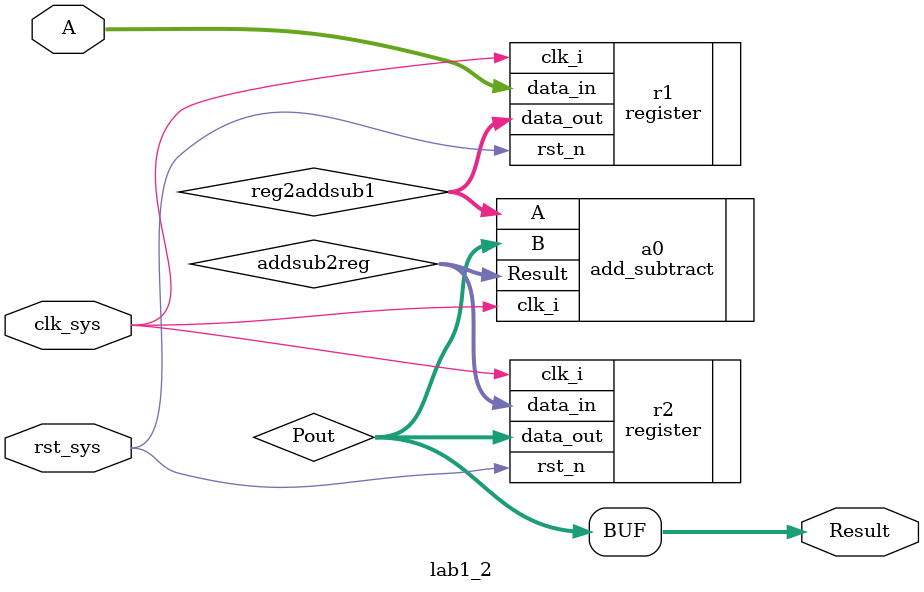
<source format=sv>
module lab1_2(
	input clk_sys, rst_sys,
	input [7:0] A,
	output [7:0] Result
);	

	wire [7:0] reg2addsub1;
	wire [7:0] reg2addsub2;
	wire [7:0] Pout;
	wire [7:0] addsub2reg;
	
	assign Result = Pout;
	
	register r1(
		.rst_n(rst_sys),
		.clk_i(clk_sys),
		.data_in(A),
		.data_out(reg2addsub1)
	);
	
	
	add_subtract a0(
		.clk_i(clk_sys),
		.A(reg2addsub1),
		.B(Pout),
		.Result(addsub2reg)
	);

	register r2(
		.rst_n(rst_sys),
		.clk_i(clk_sys),
		.data_in(addsub2reg),
		.data_out(Pout)
	);
	
endmodule 
</source>
